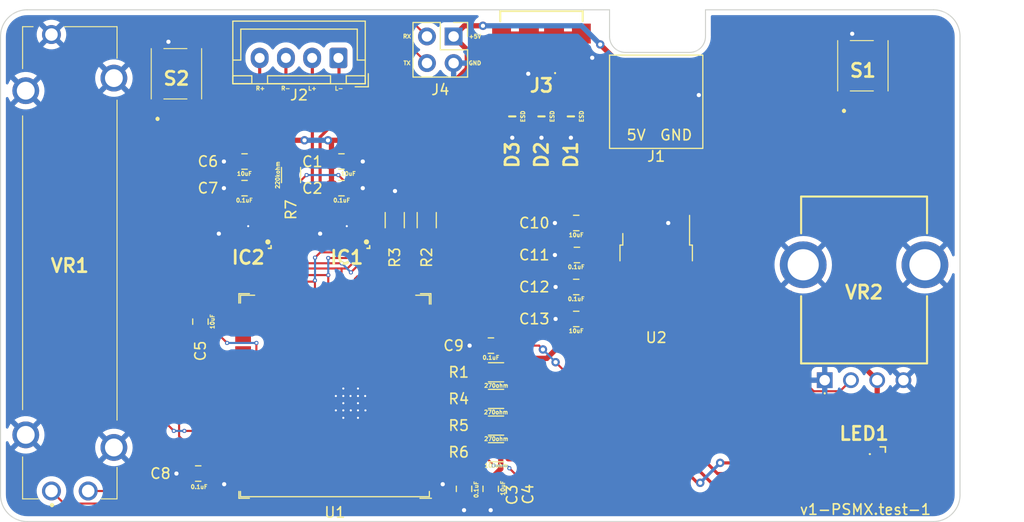
<source format=kicad_pcb>
(kicad_pcb (version 20211014) (generator pcbnew)
  (layers (0 "F.Cu" signal) (31 "B.Cu" signal) (34 "B.Paste" user) (35 "F.Paste" user) (36 "B.SilkS" user "B.Silkscreen") (37 "F.SilkS" user "F.Silkscreen") (38 "B.Mask" user) (39 "F.Mask" user) (44 "Edge.Cuts" user))
  (net 0 "")
  (net 1 "+5V")
  (net 2 "GND")
  (net 3 "+3.3V")
  (net 4 "/RESET")
  (net 7 "/RST_TO_PRGM")
  (net 8 "/GPIO19_USB_D-")
  (net 9 "/GPIO20_USB_D+")
  (net 12 "/DIN_GPIO12")
  (net 13 "/GAIN_SLOT")
  (net 14 "/SD_MODE_GPIO11")
  (net 15 "/LEFT_SPK-")
  (net 16 "/LEFT_SPK+")
  (net 17 "/LRCLK_GPIO14")
  (net 18 "/BCLK_GPIO13")
  (net 19 "Net-(IC2-Pad4)")
  (net 27 "/RIGHT_SPK-")
  (net 28 "/RIGHT_SPK+")
  (net 34 "/U0RXD_TX")
  (net 35 "/U0TXD_RX")
  (net 36 "Net-(LED1-Pad2)")
  (net 41 "Net-(LED1-Pad3)")
  (net 50 "Net-(LED1-Pad4)")
  (net 51 "/LED_BLUE_GPIO6")
  (net 53 "/LED_GREEN_GPIO5")
  (net 54 "/LED_RED_GPIO4")
  (net 59 "/S_POT_GPIO02")
  (net 61 "/V_POT_GPIO08")
  (footprint "Capacitor_SMD:C_0805_2012Metric" (layer "F.Cu") (at 153.482 103.632 180)
    (fp_text reference "C11")
    (fp_text value "0.1uF")
  )
  (footprint "Resistor_SMD:R_1206_3216Metric" (layer "F.Cu") (at 126.238 96.012 -90)
    (fp_text reference "R7")
    (fp_text value "220k_ohm")
  )
  (footprint "my-footprints:101181920002LF" (layer "F.Cu") (at 150.104 82.9056 180)
    (fp_text reference "J3")
    (fp_text value "10118192-0002LF" hide)
  )
  (footprint "MAX98357AETE+T:QFN50P300X300X80-17N" (layer "F.Cu") (at 131.55 100.884 180)
    (fp_text reference "IC1")
    (fp_text value "MAX98357AETE+T (L)" hide)
  )
  (footprint "Espressif:ESP32-S3-WROOM-1U" (layer "F.Cu") (at 130.42 117.216 180)
    (fp_text reference "U1")
    (fp_text value "ESP32-S3-WROOM-1")
  )
  (footprint "Capacitor_SMD:C_0805_2012Metric" (layer "F.Cu") (at 117.602 109.982 90)
    (fp_text reference "C5")
    (fp_text value "10uF")
  )
  (footprint "Capacitor_SMD:C_0805_2012Metric" (layer "F.Cu") (at 153.416 109.728 180)
    (fp_text reference "C13")
    (fp_text value "10uF")
  )
  (footprint "Resistor_SMD:R_1206_3216Metric" (layer "F.Cu") (at 136.122 100.31 -90)
    (fp_text reference "R3")
    (fp_text value "GAIN SELECT LOW")
  )
  (footprint "my-footprints:PTA30432015DPB104" (layer "F.Cu") (at 103.406 126.123 90)
    (fp_text reference "VR1")
    (fp_text value "PTA3043-2015DPB104" hide)
  )
  (footprint "my-footprints:CUSTOM_5V_SOLDER_PADS" (layer "F.Cu") (at 160.401 88.392)
    (fp_text reference "J1")
    (fp_text value "+5v_POWER")
  )
  (footprint "Capacitor_SMD:C_0805_2012Metric" (layer "F.Cu") (at 153.416 106.68 180)
    (fp_text reference "C12")
    (fp_text value "0.1uF")
  )
  (footprint "Resistor_SMD:R_1206_3216Metric" (layer "F.Cu") (at 139.17 100.31 -90)
    (fp_text reference "R2")
    (fp_text value "GAIN SELECT HIGH")
  )
  (footprint "Capacitor_SMD:C_0805_2012Metric" (layer "F.Cu") (at 131.042 97.262)
    (fp_text reference "C2")
    (fp_text value "0.1uF")
  )
  (footprint "my-footprints:PTS526SM08SMTR2LFS" (layer "F.Cu") (at 115.316 86.36 90)
    (fp_text reference "S2")
    (fp_text value "PTS526_SM08_SMTR2_LFS" hide)
  )
  (footprint "Capacitor_SMD:C_0805_2012Metric" (layer "F.Cu") (at 117.392 124.46 180)
    (fp_text reference "C8")
    (fp_text value "0.1uF")
  )
  (footprint "Capacitor_SMD:C_0805_2012Metric" (layer "F.Cu") (at 121.807 94.722 180)
    (fp_text reference "C6")
    (fp_text value "10uF")
  )
  (footprint "my-footprints:PTS526SM08SMTR2LFS" (layer "F.Cu") (at 180.733 85.598 90)
    (fp_text reference "S1")
    (fp_text value "PTS526_SM08_SMTR2_LFS" hide)
  )
  (footprint "MAX98357AETE+T:QFN50P300X300X80-17N" (layer "F.Cu") (at 122.156 100.884 180)
    (fp_text reference "IC2")
    (fp_text value "MAX98357AETE+T (R)" hide)
  )
  (footprint "Resistor_SMD:R_1206_3216Metric" (layer "F.Cu") (at 145.774 122.428 180)
    (fp_text reference "R6")
    (fp_text value "10k_ohm")
  )
  (footprint "my-footprints:DIONC1608X70N" (layer "F.Cu") (at 147.32 90.424 -90)
    (fp_text reference "D3")
    (fp_text value "GG060305100N2P" hide)
  )
  (footprint "Capacitor_SMD:C_0805_2012Metric" (layer "F.Cu") (at 121.807 97.262 180)
    (fp_text reference "C7")
    (fp_text value "0.1uF")
  )
  (footprint "my-footprints:P110KH10F15BR10K" (layer "F.Cu") (at 177.098 115.563)
    (fp_text reference "VR2")
    (fp_text value "P110KH1-0F15BR10K" hide)
  )
  (footprint "Resistor_SMD:R_1206_3216Metric" (layer "F.Cu") (at 145.774 117.348)
    (fp_text reference "R4")
    (fp_text value "270ohm")
  )
  (footprint "Capacitor_SMD:C_0805_2012Metric" (layer "F.Cu") (at 145.266 125.918 -90)
    (fp_text reference "C4")
    (fp_text value "10uF")
  )
  (footprint "Package_TO_SOT_SMD:TO-252-2" (layer "F.Cu") (at 161.036 105.156 -90)
    (fp_text reference "U2")
    (fp_text value "AZ1084-3.3")
  )
  (footprint "Connector_PinHeader_2.54mm:PinHeader_2x02_P2.54mm_Vertical" (layer "F.Cu") (at 141.732 82.804 -90)
    (fp_text reference "J4")
    (fp_text value "Serial_Breakout")
  )
  (footprint "my-footprints:DIONC1608X70N" (layer "F.Cu") (at 152.908 90.424 -90)
    (fp_text reference "D1")
    (fp_text value "GG060305100N2P" hide)
  )
  (footprint "Capacitor_SMD:C_0805_2012Metric" (layer "F.Cu") (at 131.042 94.722)
    (fp_text reference "C1")
    (fp_text value "10uF")
  )
  (footprint "Capacitor_SMD:C_0805_2012Metric" (layer "F.Cu") (at 145.288 112.268 180)
    (fp_text reference "C9")
    (fp_text value "0.1uF")
  )
  (footprint "Connector_JST:JST_XH_B4B-XH-A_1x04_P2.50mm_Vertical" (layer "F.Cu") (at 130.75 84.853 180)
    (fp_text reference "J2")
    (fp_text value "Conn_01x04")
  )
  (footprint "Capacitor_SMD:C_0805_2012Metric" (layer "F.Cu") (at 142.726 125.918 -90)
    (fp_text reference "C3")
    (fp_text value "0.1uF")
  )
  (footprint "Resistor_SMD:R_1206_3216Metric" (layer "F.Cu") (at 145.774 114.808)
    (fp_text reference "R1")
    (fp_text value "270ohm")
  )
  (footprint "Capacitor_SMD:C_0805_2012Metric" (layer "F.Cu") (at 153.416 100.584 180)
    (fp_text reference "C10")
    (fp_text value "10uF")
  )
  (footprint "my-footprints:DIONC1608X70N" (layer "F.Cu") (at 150.104 90.424 -90)
    (fp_text reference "D2")
    (fp_text value "GG060305100N2P" hide)
  )
  (footprint "Resistor_SMD:R_1206_3216Metric" (layer "F.Cu") (at 145.774 119.888)
    (fp_text reference "R5")
    (fp_text value "270ohm")
  )
  (footprint "CLMVC-FKA-CL1D1L71BB7C3C3:CLMVCFKACL1D1L71BB7C3C3" (layer "F.Cu") (at 180.848 124.206 90)
    (fp_text reference "LED1")
    (fp_text value "CLMVC-FKA-CL1D1L71BB7C3C3" hide)
  )
  (gr_line (start 182.88 121.92) (end 182.88 122.428) (layer "F.SilkS") (width 0.15))
  (gr_line (start 182.372 121.92) (end 182.88 121.92) (layer "F.SilkS") (width 0.15))
  (gr_line (start 133.731 102.743) (end 133.731 102.997) (layer "F.SilkS") (width 0.15))
  (gr_line (start 124.333 102.997) (end 124.079 102.997) (layer "F.SilkS") (width 0.15))
  (gr_line (start 133.731 102.997) (end 133.477 102.997) (layer "F.SilkS") (width 0.15))
  (gr_line (start 124.333 102.743) (end 124.333 102.997) (layer "F.SilkS") (width 0.15))
  (gr_line (start 156.591 82.804) (end 156.591 80.264) (layer "Edge.Cuts") (width 0.1))
  (gr_line (start 164.211 84.328) (end 158.115 84.328) (layer "Edge.Cuts") (width 0.1))
  (gr_line (start 189.992 82.804) (end 189.992 126.492) (layer "Edge.Cuts") (width 0.1))
  (gr_line (start 156.591 80.264) (end 101.091999 80.264) (layer "Edge.Cuts") (width 0.1))
  (gr_arc (start 98.551999 82.804) (mid 99.295948 81.007948) (end 101.091999 80.263999) (layer "Edge.Cuts") (width 0.1))
  (gr_arc (start 187.452 80.264) (mid 189.248051 81.007949) (end 189.992 82.804) (layer "Edge.Cuts") (width 0.1))
  (gr_arc (start 101.091999 129.032) (mid 99.295948 128.288051) (end 98.552 126.492) (layer "Edge.Cuts") (width 0.1))
  (gr_arc (start 189.992 126.492) (mid 189.248051 128.288051) (end 187.452 129.032) (layer "Edge.Cuts") (width 0.1))
  (gr_arc (start 158.115 84.328) (mid 157.037369 83.881631) (end 156.591 82.804) (layer "Edge.Cuts") (width 0.1))
  (gr_line (start 101.091999 129.032) (end 187.452 129.031999) (layer "Edge.Cuts") (width 0.1))
  (gr_line (start 165.735 82.804) (end 165.735 80.264) (layer "Edge.Cuts") (width 0.1))
  (gr_line (start 98.551999 82.804) (end 98.552 126.492) (layer "Edge.Cuts") (width 0.1))
  (gr_arc (start 165.735 82.804) (mid 165.288631 83.881631) (end 164.211 84.328) (layer "Edge.Cuts") (width 0.1))
  (gr_line (start 187.452 80.264) (end 165.735 80.264) (layer "Edge.Cuts") (width 0.1))
  (gr_text "+5V" (at 143.764 82.804) (layer "F.SilkS") (effects (font (size 0.381 0.381) (thickness 0.09525))))
  (gr_text "ESD" (at 151.13 90.424 90) (layer "F.SilkS") (effects (font (size 0.381 0.381) (thickness 0.09525))))
  (gr_text "10uF" (at 118.745 109.982 90) (layer "F.SilkS") (effects (font (size 0.381 0.381) (thickness 0.09525))))
  (gr_text "270ohm" (at 145.796 121.158) (layer "F.SilkS") (effects (font (size 0.381 0.381) (thickness 0.09525))))
  (gr_text "L-" (at 130.81 87.757) (layer "F.SilkS") (effects (font (size 0.381 0.381) (thickness 0.09525))))
  (gr_text "220kohm" (at 124.968 96.012 90) (layer "F.SilkS") (effects (font (size 0.381 0.381) (thickness 0.09525))))
  (gr_text "L+" (at 128.27 87.757) (layer "F.SilkS") (effects (font (size 0.381 0.381) (thickness 0.09525))))
  (gr_text "10uF" (at 121.793 95.885) (layer "F.SilkS") (effects (font (size 0.381 0.381) (thickness 0.09525))))
  (gr_text "10uF" (at 146.431 125.857 90) (layer "F.SilkS") (effects (font (size 0.381 0.381) (thickness 0.09525))))
  (gr_text "10uF" (at 153.416 110.871) (layer "F.SilkS") (effects (font (size 0.381 0.381) (thickness 0.09525))))
  (gr_text "ESD" (at 148.336 90.424 90) (layer "F.SilkS") (effects (font (size 0.381 0.381) (thickness 0.09525))))
  (gr_text "RX" (at 137.287 82.804) (layer "F.SilkS") (effects (font (size 0.381 0.381) (thickness 0.09525))))
  (gr_text "10uF" (at 131.699 95.885) (layer "F.SilkS") (effects (font (size 0.381 0.381) (thickness 0.09525))))
  (gr_text "R+" (at 123.317 87.757) (layer "F.SilkS") (effects (font (size 0.381 0.381) (thickness 0.09525))))
  (gr_text "0.1uF" (at 131.064 98.425) (layer "F.SilkS") (effects (font (size 0.381 0.381) (thickness 0.09525))))
  (gr_text "270ohm" (at 145.796 116.078) (layer "F.SilkS") (effects (font (size 0.381 0.381) (thickness 0.09525))))
  (gr_text "ESD" (at 153.924 90.424 90) (layer "F.SilkS") (effects (font (size 0.381 0.381) (thickness 0.09525))))
  (gr_text "0.1uF" (at 145.288 113.411) (layer "F.SilkS") (effects (font (size 0.381 0.381) (thickness 0.09525))))
  (gr_text "0.1uF" (at 117.475 125.73) (layer "F.SilkS") (effects (font (size 0.381 0.381) (thickness 0.09525))))
  (gr_text "10kohm" (at 145.796 123.698) (layer "F.SilkS") (effects (font (size 0.381 0.381) (thickness 0.09525))))
  (gr_text "0.1uF" (at 121.793 98.425) (layer "F.SilkS") (effects (font (size 0.381 0.381) (thickness 0.09525))))
  (gr_text "0.1uF" (at 153.416 104.775) (layer "F.SilkS") (effects (font (size 0.381 0.381) (thickness 0.09525))))
  (gr_text "0.1uF" (at 143.891 125.984 90) (layer "F.SilkS") (effects (font (size 0.381 0.381) (thickness 0.09525))))
  (gr_text "TX" (at 137.287 85.344) (layer "F.SilkS") (effects (font (size 0.381 0.381) (thickness 0.09525))))
  (gr_text "0.1uF" (at 153.416 107.823) (layer "F.SilkS") (effects (font (size 0.381 0.381) (thickness 0.09525))))
  (gr_text "v1-PSMX.test-1" (at 180.975 127.889) (layer "F.SilkS") (effects (font (size 1 1))))
  (gr_text "GND" (at 143.764 85.344) (layer "F.SilkS") (effects (font (size 0.381 0.381) (thickness 0.09525))))
  (gr_text "10uF" (at 153.416 101.727) (layer "F.SilkS") (effects (font (size 0.381 0.381) (thickness 0.09525))))
  (gr_text "270ohm" (at 145.774 118.618) (layer "F.SilkS") (effects (font (size 0.381 0.381) (thickness 0.09525))))
  (gr_text "R-" (at 125.73 87.757) (layer "F.SilkS") (effects (font (size 0.381 0.381) (thickness 0.09525))))
  (segment (start 131.3 99.434) (end 131.3 98.81) (width 0.3) (layer "F.Cu") (net 1))
  (segment (start 136.215478 92.699) (end 143.032 85.882478) (width 0.5) (layer "F.Cu") (net 1))
  (segment (start 152.908 89.624) (end 151.404 88.12) (width 0.4) (layer "F.Cu") (net 1))
  (segment (start 159.131 88.392) (end 157.899 89.624) (width 0.5) (layer "F.Cu") (net 1))
  (segment (start 143.032 84.104) (end 143.032 94.9855) (width 0.2) (layer "F.Cu") (net 1))
  (segment (start 130.092 97.262) (end 130.092 97.602) (width 0.5) (layer "F.Cu") (net 1))
  (segment (start 131.3 98.81) (end 131.042 98.552) (width 0.3) (layer "F.Cu") (net 1))
  (segment (start 143.032 94.9855) (end 139.17 98.8475) (width 0.2) (layer "F.Cu") (net 1))
  (segment (start 121.906 99.434) (end 121.906 98.56) (width 0.3) (layer "F.Cu") (net 1))
  (segment (start 159.131 86.995) (end 159.131 88.392) (width 0.5) (layer "F.Cu") (net 1))
  (segment (start 122.757 97.693) (end 121.898 98.552) (width 0.3) (layer "F.Cu") (net 1))
  (segment (start 124.78 92.699) (end 122.757 94.722) (width 0.5) (layer "F.Cu") (net 1))
  (segment (start 121.406 99.434) (end 121.406 99.044) (width 0.3) (layer "F.Cu") (net 1))
  (segment (start 141.732 82.804) (end 143.032 84.104) (width 0.5) (layer "F.Cu") (net 1))
  (segment (start 154.432 103.632) (end 157.108 100.956) (width 0.5) (layer "F.Cu") (net 1))
  (segment (start 155.702 83.566) (end 159.131 86.995) (width 0.5) (layer "F.Cu") (net 1))
  (segment (start 130.092 97.602) (end 131.042 98.552) (width 0.3) (layer "F.Cu") (net 1))
  (segment (start 154.366 100.584) (end 159.131 95.819) (width 0.5) (layer "F.Cu") (net 1))
  (segment (start 154.366 100.584) (end 154.366 103.566) (width 0.5) (layer "F.Cu") (net 1))
  (segment (start 130.8 99.434) (end 130.8 98.794) (width 0.3) (layer "F.Cu") (net 1))
  (segment (start 129.7595 92.699) (end 136.215478 92.699) (width 0.5) (layer "F.Cu") (net 1))
  (segment (start 127.5205 92.699) (end 124.78 92.699) (width 0.5) (layer "F.Cu") (net 1))
  (segment (start 154.366 103.566) (end 154.432 103.632) (width 0.5) (layer "F.Cu") (net 1))
  (segment (start 157.899 89.624) (end 152.908 89.624) (width 0.5) (layer "F.Cu") (net 1))
  (segment (start 122.757 97.262) (end 122.757 97.693) (width 0.5) (layer "F.Cu") (net 1))
  (segment (start 130.092 93.0315) (end 130.092 94.722) (width 0.5) (layer "F.Cu") (net 1))
  (segment (start 159.131 95.819) (end 159.131 88.392) (width 0.5) (layer "F.Cu") (net 1))
  (segment (start 122.757 94.722) (end 122.757 97.262) (width 0.5) (layer "F.Cu") (net 1))
  (segment (start 130.092 94.722) (end 130.092 97.262) (width 0.5) (layer "F.Cu") (net 1))
  (segment (start 142.748 81.788) (end 141.732 82.804) (width 0.5) (layer "F.Cu") (net 1))
  (segment (start 130.8 98.794) (end 131.042 98.552) (width 0.3) (layer "F.Cu") (net 1))
  (segment (start 144.526 81.788) (end 142.748 81.788) (width 0.5) (layer "F.Cu") (net 1))
  (segment (start 143.032 85.882478) (end 143.032 84.104) (width 0.5) (layer "F.Cu") (net 1))
  (segment (start 151.404 88.12) (end 151.404 85.2056) (width 0.4) (layer "F.Cu") (net 1))
  (segment (start 121.406 99.044) (end 121.898 98.552) (width 0.3) (layer "F.Cu") (net 1))
  (segment (start 129.7595 92.699) (end 130.092 93.0315) (width 0.5) (layer "F.Cu") (net 1))
  (segment (start 157.108 100.956) (end 158.756 100.956) (width 0.5) (layer "F.Cu") (net 1))
  (segment (start 121.906 98.56) (end 121.898 98.552) (width 0.3) (layer "F.Cu") (net 1))
  (via (at 144.526 81.788) (size 0.8) (drill 0.4) (layers "F.Cu" "B.Cu") (net 1))
  (via (at 127.5205 92.699) (size 0.8) (drill 0.4) (layers "F.Cu" "B.Cu") (net 1))
  (via (at 155.702 83.566) (size 0.8) (drill 0.4) (layers "F.Cu" "B.Cu") (net 1))
  (via (at 129.7595 92.699) (size 0.8) (drill 0.4) (layers "F.Cu" "B.Cu") (net 1))
  (segment (start 129.7595 92.699) (end 127.5205 92.699) (width 0.5) (layer "B.Cu") (net 1))
  (segment (start 153.924 81.788) (end 155.702 83.566) (width 0.5) (layer "B.Cu") (net 1))
  (segment (start 144.526 81.788) (end 153.924 81.788) (width 0.5) (layer "B.Cu") (net 1))
  (segment (start 131.2198 118.4402) (end 130.5086 118.4402) (width 0.2) (layer "F.Cu") (net 2))
  (segment (start 145.266 126.868) (end 145.266 127.95) (width 0.5) (layer "F.Cu") (net 2))
  (segment (start 147.32 91.224) (end 147.32 92.456) (width 0.5) (layer "F.Cu") (net 2))
  (segment (start 119.358 101.6) (end 119.824 101.134) (width 0.3) (layer "F.Cu") (net 2))
  (segment (start 133.328 118.4402) (end 132.6168 118.4402) (width 0.2) (layer "F.Cu") (net 2))
  (segment (start 136.122 97.558) (end 136.144 97.536) (width 0.2) (layer "F.Cu") (net 2))
  (segment (start 122.406 101.134) (end 122.156 100.884) (width 0.3) (layer "F.Cu") (net 2))
  (segment (start 152.908 91.224) (end 152.908 92.456) (width 0.5) (layer "F.Cu") (net 2))
  (segment (start 133.3026 117.0686) (end 132.6168 117.0686) (width 0.2) (layer "F.Cu") (net 2))
  (segment (start 119.841 94.722) (end 120.857 94.722) (width 0.5) (layer "F.Cu") (net 2))
  (segment (start 132.6168 117.0686) (end 132.6168 116.3574) (width 0.2) (layer "F.Cu") (net 2))
  (segment (start 115.316 124.46) (end 116.442 124.46) (width 0.2) (layer "F.Cu") (net 2))
  (segment (start 132.6168 118.4402) (end 132.6168 117.7544) (width 0.2) (layer "F.Cu") (net 2))
  (segment (start 179.717 82.55) (end 178.931 82.55) (width 0.25) (layer "F.Cu") (net 2))
  (segment (start 152.466 106.68) (end 151.45 106.68) (width 0.5) (layer "F.Cu") (net 2))
  (segment (start 153.904 82.5306) (end 153.904 84.3806) (width 0.4) (layer "F.Cu") (net 2))
  (segment (start 148.904 82.5306) (end 151.304 82.5306) (width 0.4) (layer "F.Cu") (net 2))
  (segment (start 122.406 102.334) (end 122.406 101.134) (width 0.3) (layer "F.Cu") (net 2))
  (segment (start 114.506 83.36) (end 114.554 83.312) (width 0.2) (layer "F.Cu") (net 2))
  (segment (start 150.104 91.224) (end 150.104 92.456) (width 0.5) (layer "F.Cu") (net 2))
  (segment (start 129.476 101.134) (end 130.1 101.134) (width 0.3) (layer "F.Cu") (net 2))
  (segment (start 147.004 85.0806) (end 147.004 83.2306) (width 0.4) (layer "F.Cu") (net 2))
  (segment (start 131.2198 117.7544) (end 131.2198 117.0686) (width 0.2) (layer "F.Cu") (net 2))
  (segment (start 148.804 85.2056) (end 147.129 85.2056) (width 0.4) (layer "F.Cu") (net 2))
  (segment (start 152.532 103.632) (end 151.384 103.632) (width 0.5) (layer "F.Cu") (net 2))
  (segment (start 151.304 82.5306) (end 153.904 82.5306) (width 0.4) (layer "F.Cu") (net 2))
  (segment (start 132.6168 117.7544) (end 132.6168 117.0686) (width 0.2) (layer "F.Cu") (net 2))
  (segment (start 121.906 101.134) (end 122.156 100.884) (width 0.3) (layer "F.Cu") (net 2))
  (segment (start 162.941 88.392) (end 165.1 88.392) (width 0.5) (layer "F.Cu") (net 2))
  (segment (start 162.184 100.584) (end 162.944 100.584) (width 0.5) (layer "F.Cu") (net 2))
  (segment (start 147.129 85.2056) (end 147.004 85.0806) (width 0.4) (layer "F.Cu") (net 2))
  (segment (start 131.2198 118.4402) (end 131.2198 117.7544) (width 0.2) (layer "F.Cu") (net 2))
  (segment (start 131.2198 119.1514) (end 131.2198 118.4402) (width 0.2) (layer "F.Cu") (net 2))
  (segment (start 129.01 101.6) (end 129.476 101.134) (width 0.3) (layer "F.Cu") (net 2))
  (segment (start 120.706 101.134) (end 121.906 101.134) (width 0.3) (layer "F.Cu") (net 2))
  (segment (start 148.804 85.2056) (end 148.804 86.32) (width 0.4) (layer "F.Cu") (net 2))
  (segment (start 148.804 86.32) (end 148.844 86.36) (width 0.4) (layer "F.Cu") (net 2))
  (segment (start 130.1 101.134) (end 131.3 101.134) (width 0.3) (layer "F.Cu") (net 2))
  (segment (start 154.6954 85.0806) (end 153.204 85.0806) (width 0.4) (layer "F.Cu") (net 2))
  (segment (start 131.992 94.722) (end 133.074 94.722) (width 0.5) (layer "F.Cu") (net 2))
  (segment (start 123.606 100.634) (end 122.406 100.634) (width 0.3) (layer "F.Cu") (net 2))
  (segment (start 121.67 125.476) (end 119.866 125.476) (width 0.5) (layer "F.Cu") (net 2))
  (segment (start 152.466 100.584) (end 151.384 100.584) (width 0.5) (layer "F.Cu") (net 2))
  (segment (start 131.3 101.134) (end 131.55 100.884) (width 0.3) (layer "F.Cu") (net 2))
  (segment (start 131.2198 117.0686) (end 131.2198 116.3574) (width 0.2) (layer "F.Cu") (net 2))
  (segment (start 142.726 126.868) (end 142.726 127.95) (width 0.5) (layer "F.Cu") (net 2))
  (segment (start 119.841 97.262) (end 120.857 97.262) (width 0.5) (layer "F.Cu") (net 2))
  (segment (start 131.9056 117.0686) (end 131.2198 117.0686) (width 0.2) (layer "F.Cu") (net 2))
  (segment (start 132.6168 119.1514) (end 132.6168 118.4402) (width 0.2) (layer "F.Cu") (net 2))
  (segment (start 139.17 125.476) (end 140.694 125.476) (width 0.5) (layer "F.Cu") (net 2))
  (segment (start 152.466 109.728) (end 151.45 109.728) (width 0.5) (layer "F.Cu") (net 2))
  (segment (start 132.6168 117.0686) (end 131.9056 117.0686) (width 0.2) (layer "F.Cu") (net 2))
  (segment (start 131.8 102.334) (end 131.8 101.134) (width 0.3) (layer "F.Cu") (net 2))
  (segment (start 136.122 98.8475) (end 136.122 97.558) (width 0.2) (layer "F.Cu") (net 2))
  (segment (start 131.2198 117.0686) (end 130.5086 117.0686) (width 0.2) (layer "F.Cu") (net 2))
  (segment (start 132.6168 118.4402) (end 131.931 118.4402) (width 0.2) (layer "F.Cu") (net 2))
  (segment (start 131.931 118.4402) (end 131.2198 118.4402) (width 0.2) (layer "F.Cu") (net 2))
  (segment (start 146.304 82.5306) (end 148.904 82.5306) (width 0.4) (layer "F.Cu") (net 2))
  (segment (start 131.8 100.634) (end 131.55 100.884) (width 0.3) (layer "F.Cu") (net 2))
  (segment (start 147.004 83.2306) (end 146.304 82.5306) (width 0.4) (layer "F.Cu") (net 2))
  (segment (start 143.256 112.268) (end 144.338 112.268) (width 0.5) (layer "F.Cu") (net 2))
  (segment (start 119.824 101.134) (end 120.706 101.134) (width 0.3) (layer "F.Cu") (net 2))
  (segment (start 154.94 84.836) (end 154.6954 85.0806) (width 0.4) (layer "F.Cu") (net 2))
  (segment (start 131.992 97.262) (end 133.074 97.262) (width 0.5) (layer "F.Cu") (net 2))
  (segment (start 133 100.634) (end 131.8 100.634) (width 0.3) (layer "F.Cu") (net 2))
  (segment (start 153.904 84.3806) (end 153.204 85.0806) (width 0.4) (layer "F.Cu") (net 2))
  (segment (start 122.406 100.634) (end 122.156 100.884) (width 0.3) (layer "F.Cu") (net 2))
  (segment (start 113.466 83.36) (end 114.506 83.36) (width 0.2) (layer "F.Cu") (net 2))
  (segment (start 131.8 101.134) (end 131.55 100.884) (width 0.3) (layer "F.Cu") (net 2))
  (via (at 150.104 92.456) (size 0.8) (drill 0.4) (layers "F.Cu" "B.Cu") (net 2))
  (via (at 131.2198 117.0686) (size 0.4) (drill 0.2) (layers "F.Cu" "B.Cu") (net 2))
  (via (at 142.726 127.95) (size 0.8) (drill 0.4) (layers "F.Cu" "B.Cu") (net 2))
  (via (at 119.866 125.476) (size 0.8) (drill 0.4) (layers "F.Cu" "B.Cu") (net 2))
  (via (at 119.358 101.6) (size 0.8) (drill 0.4) (layers "F.Cu" "B.Cu") (net 2))
  (via (at 131.55 100.884) (size 0.4) (drill 0.2) (layers "F.Cu" "B.Cu") (net 2))
  (via (at 143.256 112.268) (size 0.8) (drill 0.4) (layers "F.Cu" "B.Cu") (net 2))
  (via (at 114.554 83.312) (size 0.8) (drill 0.4) (layers "F.Cu" "B.Cu") (net 2))
  (via (at 119.841 97.262) (size 0.8) (drill 0.4) (layers "F.Cu" "B.Cu") (net 2))
  (via (at 147.32 92.456) (size 0.8) (drill 0.4) (layers "F.Cu" "B.Cu") (net 2))
  (via (at 119.841 94.722) (size 0.8) (drill 0.4) (layers "F.Cu" "B.Cu") (net 2))
  (via (at 132.6168 117.0686) (size 0.4) (drill 0.2) (layers "F.Cu" "B.Cu") (net 2))
  (via (at 122.156 100.884) (size 0.4) (drill 0.2) (layers "F.Cu" "B.Cu") (net 2))
  (via (at 140.694 125.476) (size 0.8) (drill 0.4) (layers "F.Cu" "B.Cu") (net 2))
  (via (at 151.384 100.584) (size 0.8) (drill 0.4) (layers "F.Cu" "B.Cu") (net 2))
  (via (at 129.01 101.6) (size 0.8) (drill 0.4) (layers "F.Cu" "B.Cu") (net 2))
  (via (at 162.184 100.584) (size 0.8) (drill 0.4) (layers "F.Cu" "B.Cu") (net 2))
  (via (at 165.1 88.392) (size 0.8) (drill 0.4) (layers "F.Cu" "B.Cu") (net 2))
  (via (at 133.3026 117.0686) (size 0.4) (drill 0.2) (layers "F.Cu" "B.Cu") (net 2))
  (via (at 130.5086 118.4402) (size 0.4) (drill 0.2) (layers "F.Cu" "B.Cu") (net 2))
  (via (at 131.931 118.4402) (size 0.4) (drill 0.2) (layers "F.Cu" "B.Cu") (net 2))
  (via (at 133.074 94.722) (size 0.8) (drill 0.4) (layers "F.Cu" "B.Cu") (net 2))
  (via (at 136.144 97.536) (size 0.8) (drill 0.4) (layers "F.Cu" "B.Cu") (net 2))
  (via (at 152.908 92.456) (size 0.8) (drill 0.4) (layers "F.Cu" "B.Cu") (net 2))
  (via (at 131.2198 119.1514) (size 0.4) (drill 0.2) (layers "F.Cu" "B.Cu") (net 2))
  (via (at 133.074 97.262) (size 0.8) (drill 0.4) (layers "F.Cu" "B.Cu") (net 2))
  (via (at 132.6168 116.3574) (size 0.4) (drill 0.2) (layers "F.Cu" "B.Cu") (net 2))
  (via (at 132.6168 118.4402) (size 0.4) (drill 0.2) (layers "F.Cu" "B.Cu") (net 2))
  (via (at 131.2198 118.4402) (size 0.4) (drill 0.2) (layers "F.Cu" "B.Cu") (net 2))
  (via (at 151.384 103.632) (size 0.8) (drill 0.4) (layers "F.Cu" "B.Cu") (net 2))
  (via (at 115.316 124.46) (size 0.8) (drill 0.4) (layers "F.Cu" "B.Cu") (net 2))
  (via (at 148.844 86.36) (size 0.8) (drill 0.4) (layers "F.Cu" "B.Cu") (net 2))
  (via (at 131.9056 117.0686) (size 0.4) (drill 0.2) (layers "F.Cu" "B.Cu") (net 2))
  (via (at 133.328 118.4402) (size 0.4) (drill 0.2) (layers "F.Cu" "B.Cu") (net 2))
  (via (at 132.6168 117.7544) (size 0.4) (drill 0.2) (layers "F.Cu" "B.Cu") (net 2))
  (via (at 131.2198 116.3574) (size 0.4) (drill 0.2) (layers "F.Cu" "B.Cu") (net 2))
  (via (at 145.266 127.95) (size 0.8) (drill 0.4) (layers "F.Cu" "B.Cu") (net 2))
  (via (at 130.5086 117.0686) (size 0.4) (drill 0.2) (layers "F.Cu" "B.Cu") (net 2))
  (via (at 179.717 82.55) (size 0.8) (drill 0.4) (layers "F.Cu" "B.Cu") (net 2))
  (via (at 131.2198 117.7544) (size 0.4) (drill 0.2) (layers "F.Cu" "B.Cu") (net 2))
  (via (at 154.94 84.836) (size 0.8) (drill 0.4) (layers "F.Cu" "B.Cu") (net 2))
  (via (at 151.45 109.728) (size 0.8) (drill 0.4) (layers "F.Cu" "B.Cu") (net 2))
  (via (at 132.6168 119.1514) (size 0.4) (drill 0.2) (layers "F.Cu" "B.Cu") (net 2))
  (via (at 151.45 106.68) (size 0.8) (drill 0.4) (layers "F.Cu" "B.Cu") (net 2))
  (segment (start 104.648 127.323) (end 135.313 127.323) (width 0.2) (layer "F.Cu") (net 3))
  (segment (start 135.313 127.323) (end 138.43 124.206) (width 0.2) (layer "F.Cu") (net 3))
  (segment (start 182.098 115.563) (end 182.098 122.756) (width 0.5) (layer "F.Cu") (net 3))
  (segment (start 154.942 107.256) (end 154.366 106.68) (width 0.5) (layer "F.Cu") (net 3))
  (segment (start 141.898 124.206) (end 142.726 124.968) (width 0.5) (layer "F.Cu") (net 3))
  (segment (start 103.406 126.123) (end 104.606 127.323) (width 0.2) (layer "F.Cu") (net 3))
  (segment (start 150.622 113.483) (end 146.083 113.483) (width 0.5) (layer "F.Cu") (net 3))
  (segment (start 154.366 109.728) (end 150.611 113.483) (width 0.5) (layer "F.Cu") (net 3))
  (segment (start 139.17 124.206) (end 141.898 124.206) (width 0.5) (layer "F.Cu") (net 3))
  (segment (start 138.43 124.206) (end 139.17 124.206) (width 0.2) (layer "F.Cu") (net 3))
  (segment (start 161.036 107.256) (end 173.791 107.256) (width 0.5) (layer "F.Cu") (net 3))
  (segment (start 146.224 121.4155) (end 147.2365 122.428) (width 0.5) (layer "F.Cu") (net 3))
  (segment (start 145.52 114.046) (end 145.52 120.7115) (width 0.5) (layer "F.Cu") (net 3))
  (segment (start 146.083 113.483) (end 145.52 114.046) (width 0.5) (layer "F.Cu") (net 3))
  (segment (start 146.224 121.4155) (end 146.224 124.01) (width 0.5) (layer "F.Cu") (net 3))
  (segment (start 161.036 107.256) (end 154.942 107.256) (width 0.5) (layer "F.Cu") (net 3))
  (segment (start 154.366 106.68) (end 154.366 109.728) (width 0.5) (layer "F.Cu") (net 3))
  (segment (start 142.726 124.968) (end 145.266 124.968) (width 0.5) (layer "F.Cu") (net 3))
  (segment (start 145.52 120.7115) (end 146.224 121.4155) (width 0.5) (layer "F.Cu") (net 3))
  (segment (start 173.791 107.256) (end 182.098 115.563) (width 0.5) (layer "F.Cu") (net 3))
  (segment (start 146.224 124.01) (end 145.266 124.968) (width 0.5) (layer "F.Cu") (net 3))
  (segment (start 182.098 122.756) (end 181.398 123.456) (width 0.5) (layer "F.Cu") (net 3))
  (segment (start 183.388 111.252) (end 186.436 114.3) (width 0.2) (layer "F.Cu") (net 4))
  (segment (start 119.06 110.932) (end 117.602 110.932) (width 0.2) (layer "F.Cu") (net 4))
  (segment (start 145.52 123.698) (end 145.52 123.6365) (width 0.2) (layer "F.Cu") (net 4))
  (segment (start 122.936 113.072) (end 132.8 122.936) (width 0.2) (layer "F.Cu") (net 4))
  (segment (start 182.583 88.598) (end 183.388 89.403) (width 0.2) (layer "F.Cu") (net 4))
  (segment (start 181.864 126.492) (end 149.584 126.492) (width 0.2) (layer "F.Cu") (net 4))
  (segment (start 186.436 121.92) (end 181.864 126.492) (width 0.2) (layer "F.Cu") (net 4))
  (segment (start 143.8035 122.936) (end 144.3115 122.428) (width 0.2) (layer "F.Cu") (net 4))
  (segment (start 149.584 126.492) (end 147.044 123.952) (width 0.2) (layer "F.Cu") (net 4))
  (segment (start 122.936 112.014) (end 122.936 113.072) (width 0.2) (layer "F.Cu") (net 4))
  (segment (start 183.388 89.403) (end 183.388 111.252) (width 0.2) (layer "F.Cu") (net 4))
  (segment (start 132.8 122.936) (end 139.17 122.936) (width 0.2) (layer "F.Cu") (net 4))
  (segment (start 120.142 112.014) (end 119.06 110.932) (width 0.2) (layer "F.Cu") (net 4))
  (segment (start 186.436 114.3) (end 186.436 121.92) (width 0.2) (layer "F.Cu") (net 4))
  (segment (start 145.52 123.6365) (end 144.3115 122.428) (width 0.2) (layer "F.Cu") (net 4))
  (segment (start 143.234 122.936) (end 143.8035 122.936) (width 0.2) (layer "F.Cu") (net 4))
  (segment (start 139.17 122.936) (end 143.234 122.936) (width 0.2) (layer "F.Cu") (net 4))
  (via (at 120.142 112.014) (size 0.4) (drill 0.2) (layers "F.Cu" "B.Cu") (net 4))
  (via (at 147.044 123.952) (size 0.4) (drill 0.2) (layers "F.Cu" "B.Cu") (net 4))
  (via (at 145.52 123.698) (size 0.4) (drill 0.2) (layers "F.Cu" "B.Cu") (net 4))
  (via (at 122.936 112.014) (size 0.4) (drill 0.2) (layers "F.Cu" "B.Cu") (net 4))
  (segment (start 146.79 123.698) (end 147.044 123.952) (width 0.2) (layer "B.Cu") (net 4))
  (segment (start 122.936 112.014) (end 120.142 112.014) (width 0.2) (layer "B.Cu") (net 4))
  (segment (start 145.52 123.698) (end 146.79 123.698) (width 0.2) (layer "B.Cu") (net 4))
  (segment (start 116.84 104.67) (end 117.602 105.432) (width 0.2) (layer "F.Cu") (net 7))
  (segment (start 116.84 89.686) (end 116.84 104.67) (width 0.2) (layer "F.Cu") (net 7))
  (segment (start 117.602 109.032) (end 121.604 109.032) (width 0.2) (layer "F.Cu") (net 7))
  (segment (start 117.602 105.432) (end 117.602 109.032) (width 0.2) (layer "F.Cu") (net 7))
  (segment (start 117.166 89.36) (end 116.84 89.686) (width 0.2) (layer "F.Cu") (net 7))
  (segment (start 121.604 109.032) (end 121.67 108.966) (width 0.2) (layer "F.Cu") (net 7))
  (segment (start 140.12 110.236) (end 150.876 99.48) (width 0.2) (layer "F.Cu") (net 8))
  (segment (start 150.876 99.48) (end 150.876 93.911) (width 0.2) (layer "F.Cu") (net 8))
  (segment (start 150.879 90.399) (end 150.104 89.624) (width 0.2) (layer "F.Cu") (net 8))
  (segment (start 150.879 93.911) (end 150.879 90.399) (width 0.2) (layer "F.Cu") (net 8))
  (segment (start 150.754 85.2056) (end 150.754 88.974) (width 0.2) (layer "F.Cu") (net 8))
  (segment (start 150.754 88.974) (end 150.104 89.624) (width 0.2) (layer "F.Cu") (net 8))
  (segment (start 139.17 110.236) (end 140.12 110.236) (width 0.2) (layer "F.Cu") (net 8))
  (segment (start 148.082 91.937) (end 148.095 91.924) (width 0.2) (layer "F.Cu") (net 9))
  (segment (start 139.954 108.966) (end 148.082 100.838) (width 0.2) (layer "F.Cu") (net 9))
  (segment (start 150.104 85.2056) (end 150.104 86.84) (width 0.2) (layer "F.Cu") (net 9))
  (segment (start 148.095 91.924) (end 148.095 90.399) (width 0.2) (layer "F.Cu") (net 9))
  (segment (start 139.17 108.966) (end 139.954 108.966) (width 0.2) (layer "F.Cu") (net 9))
  (segment (start 150.104 86.84) (end 147.32 89.624) (width 0.2) (layer "F.Cu") (net 9))
  (segment (start 148.095 90.399) (end 147.32 89.624) (width 0.2) (layer "F.Cu") (net 9))
  (segment (start 148.082 100.838) (end 148.082 91.937) (width 0.2) (layer "F.Cu") (net 9))
  (segment (start 123.606 102.778) (end 123.606 101.634) (width 0.2) (layer "F.Cu") (net 12))
  (segment (start 131.055 107.716) (end 131.055 104.917502) (width 0.2) (layer "F.Cu") (net 12))
  (segment (start 131.055 104.917502) (end 125.745502 104.917502) (width 0.2) (layer "F.Cu") (net 12))
  (segment (start 133 103.528893) (end 133 101.634) (width 0.2) (layer "F.Cu") (net 12))
  (segment (start 131.055 104.917502) (end 131.611391 104.917502) (width 0.2) (layer "F.Cu") (net 12))
  (segment (start 125.745502 104.917502) (end 123.606 102.778) (width 0.2) (layer "F.Cu") (net 12))
  (segment (start 131.611391 104.917502) (end 133 103.528893) (width 0.2) (layer "F.Cu") (net 12))
  (segment (start 126.770002 104.418002) (end 124.3078 101.9558) (width 0.2) (layer "F.Cu") (net 13))
  (segment (start 124.2346 101.134) (end 123.606 101.134) (width 0.2) (layer "F.Cu") (net 13))
  (segment (start 131.945505 105.288808) (end 135.461813 101.7725) (width 0.2) (layer "F.Cu") (net 13))
  (segment (start 135.4835 101.134) (end 136.122 101.7725) (width 0.2) (layer "F.Cu") (net 13))
  (segment (start 131.064 104.418002) (end 126.770002 104.418002) (width 0.2) (layer "F.Cu") (net 13))
  (segment (start 133 101.134) (end 135.4835 101.134) (width 0.2) (layer "F.Cu") (net 13))
  (segment (start 124.3078 101.2072) (end 124.2346 101.134) (width 0.2) (layer "F.Cu") (net 13))
  (segment (start 135.461813 101.7725) (end 136.122 101.7725) (width 0.2) (layer "F.Cu") (net 13))
  (segment (start 124.3078 101.9558) (end 124.3078 101.2072) (width 0.2) (layer "F.Cu") (net 13))
  (segment (start 136.122 101.7725) (end 139.17 101.7725) (width 0.2) (layer "F.Cu") (net 13))
  (via (at 131.064 104.418002) (size 0.4) (drill 0.2) (layers "F.Cu" "B.Cu") (net 13))
  (via (at 131.945505 105.288808) (size 0.4) (drill 0.2) (layers "F.Cu" "B.Cu") (net 13))
  (segment (start 131.064 104.418002) (end 131.074699 104.418002) (width 0.2) (layer "B.Cu") (net 13))
  (segment (start 131.074699 104.418002) (end 131.945505 105.288808) (width 0.2) (layer "B.Cu") (net 13))
  (segment (start 133 100.134) (end 139.246817 100.134) (width 0.2) (layer "F.Cu") (net 14))
  (segment (start 140.022817 102.635) (end 137.627 102.635) (width 0.2) (layer "F.Cu") (net 14))
  (segment (start 137.627 102.635) (end 134.598 105.664) (width 0.2) (layer "F.Cu") (net 14))
  (segment (start 140.345 102.312817) (end 140.022817 102.635) (width 0.2) (layer "F.Cu") (net 14))
  (segment (start 131.514183 98.287) (end 132.469817 98.287) (width 0.2) (layer "F.Cu") (net 14))
  (segment (start 132.566 105.664) (end 132.325 105.905) (width 0.2) (layer "F.Cu") (net 14))
  (segment (start 127.7005 96.012) (end 126.238 97.4745) (width 0.2) (layer "F.Cu") (net 14))
  (segment (start 140.345 101.232183) (end 140.345 102.312817) (width 0.2) (layer "F.Cu") (net 14))
  (segment (start 134.598 105.664) (end 132.566 105.664) (width 0.2) (layer "F.Cu") (net 14))
  (segment (start 132.325 105.905) (end 132.325 107.716) (width 0.2) (layer "F.Cu") (net 14))
  (segment (start 130.7415 96.012) (end 131.192 96.4625) (width 0.2) (layer "F.Cu") (net 14))
  (segment (start 131.192 96.4625) (end 131.192 97.964817) (width 0.2) (layer "F.Cu") (net 14))
  (segment (start 127.7205 96.012) (end 127.7005 96.012) (width 0.2) (layer "F.Cu") (net 14))
  (segment (start 139.246817 100.134) (end 140.345 101.232183) (width 0.2) (layer "F.Cu") (net 14))
  (segment (start 133 98.817183) (end 133 100.134) (width 0.2) (layer "F.Cu") (net 14))
  (segment (start 132.469817 98.287) (end 133 98.817183) (width 0.2) (layer "F.Cu") (net 14))
  (segment (start 131.192 97.964817) (end 131.514183 98.287) (width 0.2) (layer "F.Cu") (net 14))
  (via (at 127.7205 96.012) (size 0.4) (drill 0.2) (layers "F.Cu" "B.Cu") (net 14))
  (via (at 130.7415 96.012) (size 0.4) (drill 0.2) (layers "F.Cu" "B.Cu") (net 14))
  (segment (start 127.7205 96.012) (end 130.7415 96.012) (width 0.2) (layer "B.Cu") (net 14))
  (segment (start 130.81 90.587839) (end 130.81 84.913) (width 0.3) (layer "F.Cu") (net 15))
  (segment (start 129.0095 99.0435) (end 129.0095 92.388339) (width 0.3) (layer "F.Cu") (net 15))
  (segment (start 130.1 100.134) (end 129.0095 99.0435) (width 0.3) (layer "F.Cu") (net 15))
  (segment (start 129.0095 92.388339) (end 130.81 90.587839) (width 0.3) (layer "F.Cu") (net 15))
  (segment (start 130.81 84.913) (end 130.75 84.853) (width 0.3) (layer "F.Cu") (net 15))
  (segment (start 130.1 100.634) (end 129.3714 100.634) (width 0.3) (layer "F.Cu") (net 16))
  (segment (start 128.27 99.5326) (end 128.27 84.873) (width 0.3) (layer "F.Cu") (net 16))
  (segment (start 129.3714 100.634) (end 128.27 99.5326) (width 0.3) (layer "F.Cu") (net 16))
  (segment (start 128.27 84.873) (end 128.25 84.853) (width 0.3) (layer "F.Cu") (net 16))
  (segment (start 124.438 106.172) (end 121.906 103.64) (width 0.2) (layer "F.Cu") (net 17))
  (segment (start 128.515 106.053008) (end 128.515 107.716) (width 0.2) (layer "F.Cu") (net 17))
  (segment (start 130.8846 103.378) (end 131.3 102.9626) (width 0.2) (layer "F.Cu") (net 17))
  (segment (start 129.032 103.378) (end 130.8846 103.378) (width 0.2) (layer "F.Cu") (net 17))
  (segment (start 128.515 106.053008) (end 128.396008 106.172) (width 0.2) (layer "F.Cu") (net 17))
  (segment (start 121.906 103.64) (end 121.906 102.334) (width 0.2) (layer "F.Cu") (net 17))
  (segment (start 128.524 103.886) (end 129.032 103.378) (width 0.2) (layer "F.Cu") (net 17))
  (segment (start 131.3 102.9626) (end 131.3 102.334) (width 0.2) (layer "F.Cu") (net 17))
  (segment (start 128.396008 106.172) (end 124.438 106.172) (width 0.2) (layer "F.Cu") (net 17))
  (via (at 128.524 103.886) (size 0.4) (drill 0.2) (layers "F.Cu" "B.Cu") (net 17))
  (via (at 128.515 106.053008) (size 0.4) (drill 0.2) (layers "F.Cu" "B.Cu") (net 17))
  (segment (start 128.524 103.886) (end 128.524 105.624004) (width 0.2) (layer "B.Cu") (net 17))
  (segment (start 128.524 105.624004) (end 128.515 105.633004) (width 0.2) (layer "B.Cu") (net 17))
  (segment (start 128.515 105.633004) (end 128.515 106.053008) (width 0.2) (layer "B.Cu") (net 17))
  (segment (start 131.539498 103.918502) (end 132.3 103.158) (width 0.2) (layer "F.Cu") (net 18))
  (segment (start 125.102508 105.544508) (end 122.906 103.348) (width 0.2) (layer "F.Cu") (net 18))
  (segment (start 132.3 103.158) (end 132.3 102.334) (width 0.2) (layer "F.Cu") (net 18))
  (segment (start 129.785 103.918502) (end 131.539498 103.918502) (width 0.2) (layer "F.Cu") (net 18))
  (segment (start 122.906 103.348) (end 122.906 102.334) (width 0.2) (layer "F.Cu") (net 18))
  (segment (start 129.785 105.544508) (end 129.785 107.186) (width 0.2) (layer "F.Cu") (net 18))
  (segment (start 129.785 105.544508) (end 125.102508 105.544508) (width 0.2) (layer "F.Cu") (net 18))
  (segment (start 129.785 107.186) (end 129.785 107.716) (width 0.2) (layer "F.Cu") (net 18))
  (via (at 129.785 103.918502) (size 0.4) (drill 0.2) (layers "F.Cu" "B.Cu") (net 18))
  (via (at 129.785 105.544508) (size 0.4) (drill 0.2) (layers "F.Cu" "B.Cu") (net 18))
  (segment (start 129.785 103.918502) (end 129.785 105.544508) (width 0.2) (layer "B.Cu") (net 18))
  (segment (start 124.438 96.3495) (end 126.238 94.5495) (width 0.2) (layer "F.Cu") (net 19))
  (segment (start 123.606 100.134) (end 124.438 99.302) (width 0.2) (layer "F.Cu") (net 19))
  (segment (start 124.438 99.302) (end 124.438 96.3495) (width 0.2) (layer "F.Cu") (net 19))
  (segment (start 125.75 84.853) (end 125.75 87.102) (width 0.3) (layer "F.Cu") (net 27))
  (segment (start 118.85 98.278) (end 120.706 100.134) (width 0.3) (layer "F.Cu") (net 27))
  (segment (start 118.85 94.002) (end 118.85 98.278) (width 0.3) (layer "F.Cu") (net 27))
  (segment (start 125.75 87.102) (end 118.85 94.002) (width 0.3) (layer "F.Cu") (net 27))
  (segment (start 117.834 99.06) (end 119.408 100.634) (width 0.3) (layer "F.Cu") (net 28))
  (segment (start 123.25 87.189) (end 117.834 92.605) (width 0.3) (layer "F.Cu") (net 28))
  (segment (start 123.25 84.853) (end 123.25 87.189) (width 0.3) (layer "F.Cu") (net 28))
  (segment (start 119.408 100.634) (end 120.706 100.634) (width 0.3) (layer "F.Cu") (net 28))
  (segment (start 117.834 92.605) (end 117.834 99.06) (width 0.3) (layer "F.Cu") (net 28))
  (segment (start 122.047 81.534) (end 137.922 81.534) (width 0.2) (layer "F.Cu") (net 34))
  (segment (start 115.0705 120.396) (end 114.3 119.6255) (width 0.2) (layer "F.Cu") (net 34))
  (segment (start 114.3 119.6255) (end 114.3 89.281) (width 0.2) (layer "F.Cu") (net 34))
  (segment (start 137.922 81.534) (end 139.192 82.804) (width 0.2) (layer "F.Cu") (net 34))
  (segment (start 114.3 89.281) (end 122.047 81.534) (width 0.2) (layer "F.Cu") (net 34))
  (segment (start 116.0695 120.396) (end 121.67 120.396) (width 0.2) (layer "F.Cu") (net 34))
  (via (at 116.0695 120.396) (size 0.4) (drill 0.2) (layers "F.Cu" "B.Cu") (net 34))
  (via (at 115.0705 120.396) (size 0.4) (drill 0.2) (layers "F.Cu" "B.Cu") (net 34))
  (segment (start 115.0705 120.396) (end 116.0695 120.396) (width 0.2) (layer "B.Cu") (net 34))
  (segment (start 115.57 89.662) (end 115.57 120.904) (width 0.2) (layer "F.Cu") (net 35))
  (segment (start 116.332 121.666) (end 121.67 121.666) (width 0.2) (layer "F.Cu") (net 35))
  (segment (start 136.652 82.804) (end 122.428 82.804) (width 0.2) (layer "F.Cu") (net 35))
  (segment (start 122.428 82.804) (end 115.57 89.662) (width 0.2) (layer "F.Cu") (net 35))
  (segment (start 115.57 120.904) (end 116.332 121.666) (width 0.2) (layer "F.Cu") (net 35))
  (segment (start 139.192 85.344) (end 136.652 82.804) (width 0.2) (layer "F.Cu") (net 35))
  (segment (start 181.398 125.434) (end 181.398 124.956) (width 0.3) (layer "F.Cu") (net 36))
  (segment (start 146.324 118.221528) (end 146.675472 118.573) (width 0.3) (layer "F.Cu") (net 36))
  (segment (start 179.218 125.476) (end 179.548 125.806) (width 0.3) (layer "F.Cu") (net 36))
  (segment (start 146.675472 118.573) (end 159.512 118.573) (width 0.3) (layer "F.Cu") (net 36))
  (segment (start 166.424894 125.476) (end 179.218 125.476) (width 0.3) (layer "F.Cu") (net 36))
  (segment (start 146.324 115.7205) (end 146.324 118.221528) (width 0.3) (layer "F.Cu") (net 36))
  (segment (start 147.2365 114.808) (end 146.324 115.7205) (width 0.3) (layer "F.Cu") (net 36))
  (segment (start 179.548 125.806) (end 181.026 125.806) (width 0.3) (layer "F.Cu") (net 36))
  (segment (start 181.026 125.806) (end 181.398 125.434) (width 0.3) (layer "F.Cu") (net 36))
  (segment (start 159.521894 118.573) (end 166.424894 125.476) (width 0.3) (layer "F.Cu") (net 36))
  (segment (start 179.802 124.46) (end 180.298 124.956) (width 0.3) (layer "F.Cu") (net 41))
  (segment (start 159.766 117.348) (end 166.878 124.46) (width 0.3) (layer "F.Cu") (net 41))
  (segment (start 147.2365 117.348) (end 159.766 117.348) (width 0.3) (layer "F.Cu") (net 41))
  (segment (start 166.878 124.46) (end 179.802 124.46) (width 0.3) (layer "F.Cu") (net 41))
  (segment (start 180.286 123.444) (end 180.298 123.456) (width 0.3) (layer "F.Cu") (net 50))
  (segment (start 165.23247 125.34353) (end 164.96753 125.34353) (width 0.3) (layer "F.Cu") (net 50))
  (segment (start 167.132 123.444) (end 180.286 123.444) (width 0.3) (layer "F.Cu") (net 50))
  (segment (start 159.512 119.888) (end 147.2365 119.888) (width 0.3) (layer "F.Cu") (net 50))
  (segment (start 164.96753 125.34353) (end 159.512 119.888) (width 0.3) (layer "F.Cu") (net 50))
  (via (at 165.23247 125.34353) (size 0.8) (drill 0.4) (layers "F.Cu" "B.Cu") (net 50))
  (via (at 167.132 123.444) (size 0.8) (drill 0.4) (layers "F.Cu" "B.Cu") (net 50))
  (segment (start 167.132 123.444) (end 165.23247 125.34353) (width 0.3) (layer "B.Cu") (net 50))
  (segment (start 139.17 119.126) (end 139.9935 119.126) (width 0.2) (layer "F.Cu") (net 51))
  (segment (start 139.9935 119.126) (end 144.3115 114.808) (width 0.3) (layer "F.Cu") (net 51))
  (segment (start 141.2635 120.396) (end 144.3115 117.348) (width 0.3) (layer "F.Cu") (net 53))
  (segment (start 139.17 120.396) (end 141.2635 120.396) (width 0.3) (layer "F.Cu") (net 53))
  (segment (start 139.17 121.666) (end 142.5335 121.666) (width 0.3) (layer "F.Cu") (net 54))
  (segment (start 142.5335 121.666) (end 144.3115 119.888) (width 0.3) (layer "F.Cu") (net 54))
  (segment (start 110.859 126.123) (end 106.906 126.123) (width 0.2) (layer "F.Cu") (net 59))
  (segment (start 118.342 124.46) (end 117.072 123.19) (width 0.2) (layer "F.Cu") (net 59))
  (segment (start 113.792 123.19) (end 110.859 126.123) (width 0.2) (layer "F.Cu") (net 59))
  (segment (start 117.072 123.19) (end 113.792 123.19) (width 0.2) (layer "F.Cu") (net 59))
  (segment (start 119.866 122.936) (end 118.342 124.46) (width 0.2) (layer "F.Cu") (net 59))
  (segment (start 121.67 122.936) (end 119.866 122.936) (width 0.2) (layer "F.Cu") (net 59))
  (segment (start 178.548 116.613) (end 179.598 115.563) (width 0.2) (layer "F.Cu") (net 61))
  (segment (start 176.048 116.613) (end 178.548 116.613) (width 0.2) (layer "F.Cu") (net 61))
  (segment (start 150.242312 112.6335) (end 149.876812 112.268) (width 0.2) (layer "F.Cu") (net 61))
  (segment (start 145.213 111.243) (end 139.433 111.243) (width 0.2) (layer "F.Cu") (net 61))
  (segment (start 146.238 112.268) (end 145.213 111.243) (width 0.2) (layer "F.Cu") (net 61))
  (segment (start 149.876812 112.268) (end 146.238 112.268) (width 0.2) (layer "F.Cu") (net 61))
  (segment (start 153.425491 115.824) (end 175.259 115.824) (width 0.2) (layer "F.Cu") (net 61))
  (segment (start 175.259 115.824) (end 176.048 116.613) (width 0.2) (layer "F.Cu") (net 61))
  (segment (start 139.433 111.243) (end 139.17 111.506) (width 0.2) (layer "F.Cu") (net 61))
  (segment (start 151.448433 113.846942) (end 153.425491 115.824) (width 0.2) (layer "F.Cu") (net 61))
  (via (at 150.242312 112.6335) (size 0.8) (drill 0.4) (layers "F.Cu" "B.Cu") (net 61))
  (via (at 151.448433 113.846942) (size 0.8) (drill 0.4) (layers "F.Cu" "B.Cu") (net 61))
  (segment (start 150.242312 112.6335) (end 150.242312 112.640821) (width 0.2) (layer "B.Cu") (net 61))
  (segment (start 150.242312 112.640821) (end 151.448433 113.846942) (width 0.2) (layer "B.Cu") (net 61))
  (zone (net 2) (net_name "GND") (layer "F.Cu") (connect_pads (clearance 0)) (min_thickness 0.254) (fill yes (thermal_gap 0.508) (thermal_bridge_width 0.508))
    (polygon (pts (xy 128.502 114.808) (xy 135.106 114.808) (xy 135.106 120.904) (xy 128.502 120.904)))
  )
  (zone (net 2) (net_name "GND") (layer "B.Cu") (connect_pads (clearance 0.508)) (min_thickness 0.254) (fill yes (thermal_gap 0.508) (thermal_bridge_width 0.508))
    (polygon (pts (xy 189.992 129.032) (xy 98.552 129.032) (xy 98.552 80.264) (xy 189.992 80.264)))
  )
)
</source>
